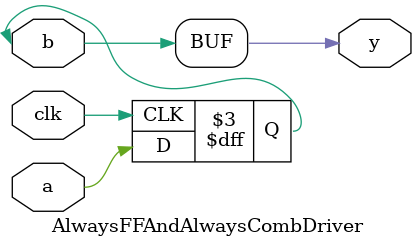
<source format=sv>

module MultiAlwaysCombDriver(
  input logic a,
  input logic b,
  output logic y
);
  always_comb y = a;
  // expected-error @below {{variable 'y' driven by always_comb procedure}}
  always_comb y = b;
endmodule

// -----

// Test: variables assigned in always_ff cannot be assigned by another
// always_ff process.
module MultiAlwaysFFDriver(
  input logic clk,
  input logic a,
  input logic b,
  output logic y
);
  always_ff @(posedge clk) y <= a;
  // expected-error @below {{variable 'y' driven by always_ff procedure}}
  always_ff @(posedge clk) y <= b;
endmodule

// -----

// Test: variables assigned in always_comb cannot be assigned by other
// procedural blocks.
module AlwaysCombAndInitialDriver(
  input logic a,
  output logic y
);
  always_comb y = a;
  // expected-error @below {{variable 'y' driven by always_comb procedure}}
  initial y = 1'b0;
endmodule

// -----

// Test: mixed always_ff and always_comb assignment reports always_comb
// conflict on the second writer.
module AlwaysFFAndAlwaysCombDriver(
  input logic clk,
  input logic a,
  input logic b,
  output logic y
);
  always_ff @(posedge clk) y <= a;
  // expected-error @below {{variable 'y' driven by always_comb procedure}}
  always_comb y = b;
endmodule

</source>
